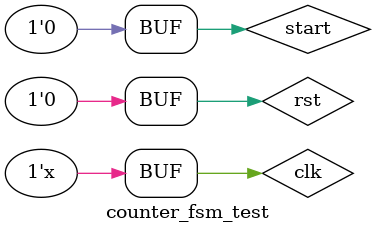
<source format=v>
module counter_fsm_test();

 
reg clk;
reg rst;
reg start;
wire [3:0]out;


counter_fsm test(
.clk(clk),
.rst(rst),
.out(out),
.start(start)

);

initial clk = 0;
always #5 clk = ~clk;

initial begin
start =1;#10;
start=0;
rst = 0;
 



end
 endmodule

</source>
